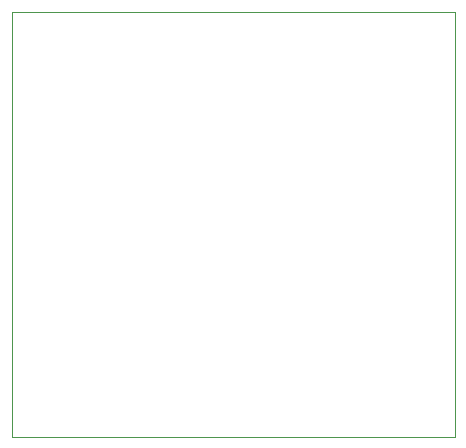
<source format=gbr>
%TF.GenerationSoftware,KiCad,Pcbnew,8.0.2*%
%TF.CreationDate,2024-12-24T23:51:17+01:00*%
%TF.ProjectId,keerlusRelais,6b656572-6c75-4735-9265-6c6169732e6b,rev?*%
%TF.SameCoordinates,Original*%
%TF.FileFunction,Profile,NP*%
%FSLAX46Y46*%
G04 Gerber Fmt 4.6, Leading zero omitted, Abs format (unit mm)*
G04 Created by KiCad (PCBNEW 8.0.2) date 2024-12-24 23:51:17*
%MOMM*%
%LPD*%
G01*
G04 APERTURE LIST*
%TA.AperFunction,Profile*%
%ADD10C,0.100000*%
%TD*%
G04 APERTURE END LIST*
D10*
X140500000Y-42500000D02*
X178000000Y-42500000D01*
X178000000Y-78500000D01*
X140500000Y-78500000D01*
X140500000Y-42500000D01*
M02*

</source>
